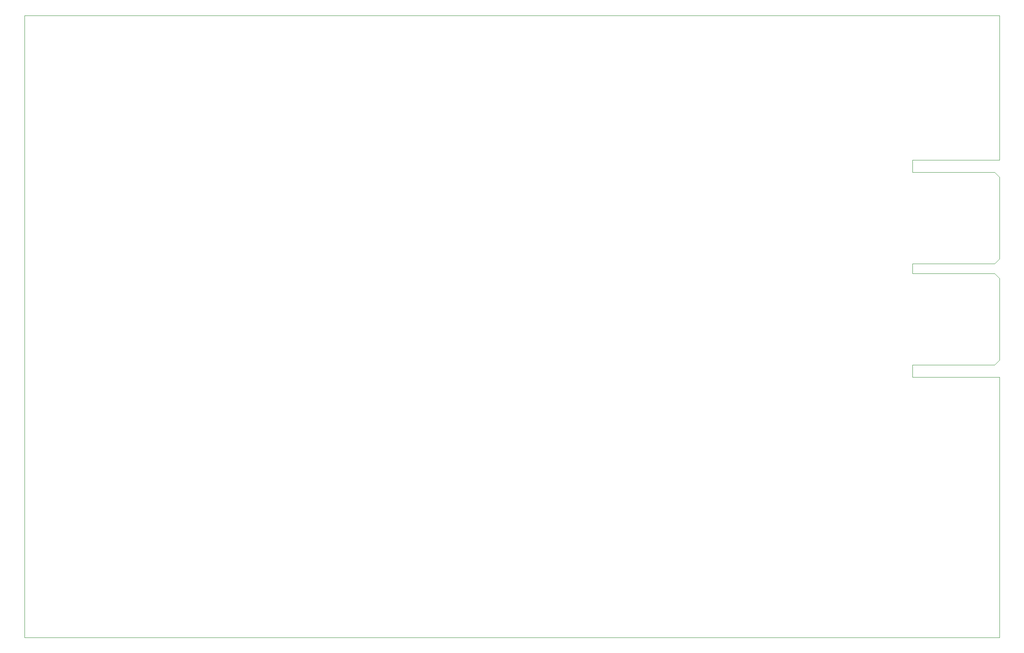
<source format=gbr>
%TF.GenerationSoftware,KiCad,Pcbnew,(6.0.1)*%
%TF.CreationDate,2022-11-16T23:08:11+09:00*%
%TF.ProjectId,iidx-refine-xsw,69696478-2d72-4656-9669-6e652d787377,rev?*%
%TF.SameCoordinates,Original*%
%TF.FileFunction,Profile,NP*%
%FSLAX46Y46*%
G04 Gerber Fmt 4.6, Leading zero omitted, Abs format (unit mm)*
G04 Created by KiCad (PCBNEW (6.0.1)) date 2022-11-16 23:08:11*
%MOMM*%
%LPD*%
G01*
G04 APERTURE LIST*
%TA.AperFunction,Profile*%
%ADD10C,0.050000*%
%TD*%
G04 APERTURE END LIST*
D10*
X34000000Y-15000000D02*
X235500000Y-15000000D01*
X235500000Y-15000000D02*
X236000000Y-15000000D01*
X235000000Y-47500000D02*
X236000000Y-48500000D01*
X218000000Y-45000000D02*
X218000000Y-47500000D01*
X236000000Y-15000000D02*
X236000000Y-45000000D01*
X218000000Y-66500000D02*
X218000000Y-68500000D01*
X236000000Y-86500000D02*
X236000000Y-69500000D01*
X218000000Y-87500000D02*
X218000000Y-90000000D01*
X34000000Y-144000000D02*
X236000000Y-144000000D01*
X218000000Y-66500000D02*
X235000000Y-66500000D01*
X236000000Y-45000000D02*
X218000000Y-45000000D01*
X218000000Y-90000000D02*
X236000000Y-90000000D01*
X236000000Y-90000000D02*
X236000000Y-144000000D01*
X236000000Y-48500000D02*
X236000000Y-65500000D01*
X235000000Y-66500000D02*
X236000000Y-65500000D01*
X218000000Y-47500000D02*
X235000000Y-47500000D01*
X218000000Y-87500000D02*
X235000000Y-87500000D01*
X235000000Y-68500000D02*
X218000000Y-68500000D01*
X235000000Y-68500000D02*
X236000000Y-69500000D01*
X236000000Y-86500000D02*
X235000000Y-87500000D01*
X34000000Y-15000000D02*
X34000000Y-144000000D01*
M02*

</source>
